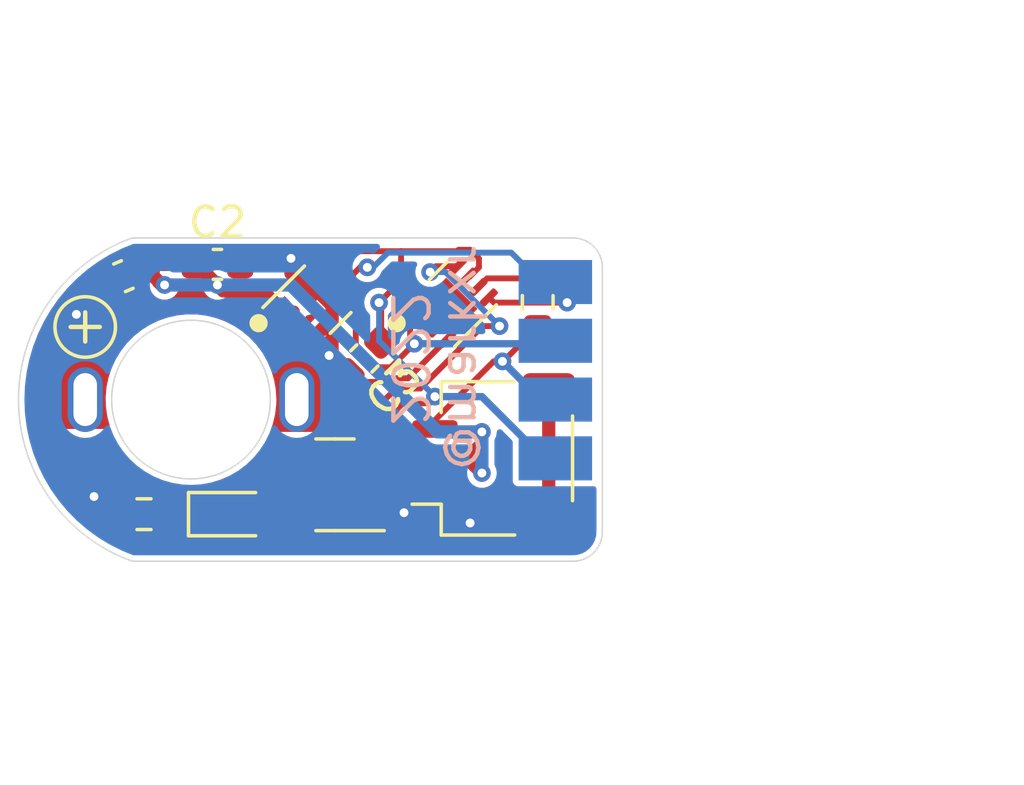
<source format=kicad_pcb>
(kicad_pcb (version 20211014) (generator pcbnew)
  (layers (0 "F.Cu" signal) (31 "B.Cu" signal) (34 "B.Paste" user) (35 "F.Paste" user) (36 "B.SilkS" user "B.Silkscreen") (37 "F.SilkS" user "F.Silkscreen") (38 "B.Mask" user) (39 "F.Mask" user) (44 "Edge.Cuts" user))
  (net 0 "")
  (net 1 "GND")
  (net 2 "VBAT")
  (net 3 "/VLOGIC")
  (net 4 "PWMIN")
  (net 5 "/MOTORF")
  (net 6 "/MOTORR")
  (net 7 "BLINKY")
  (net 8 "Net-(D1-Pad1)")
  (net 9 "/MOTOROUT1")
  (net 10 "/MOTOROUT2")
  (net 11 "/PWMR")
  (footprint "Resistor_SMD:R_0603_1608Metric" (layer "F.Cu") (at 158.4 123.9)
    (fp_text reference "R1" hide)
    (fp_text value "1k" hide)
    (fp_line (start -0.237258 0.5225) (end 0.237258 0.5225) (layer "F.SilkS") (width 0.12))
    (fp_line (start -0.237258 -0.5225) (end 0.237258 -0.5225) (layer "F.SilkS") (width 0.12))
    (pad "1" smd roundrect locked (at -0.825 0) (size 0.8 0.95) (layers "F.Cu" "F.Paste" "F.Mask") (net 1 "GND"))
    (pad "2" smd roundrect locked (at 0.825 0) (size 0.8 0.95) (layers "F.Cu" "F.Paste" "F.Mask") (net 8 "Net-(D1-Pad1)"))
  )
  (footprint "Capacitor_SMD:C_0603_1608Metric" (layer "F.Cu") (at 160.9 115.4)
    (fp_text reference "C2" (at 0 -1.43) (layer "F.SilkS"))
    (fp_text value "1uF")
    (fp_line (start -0.14058 -0.51) (end 0.14058 -0.51) (layer "F.SilkS") (width 0.12))
    (fp_line (start -0.14058 0.51) (end 0.14058 0.51) (layer "F.SilkS") (width 0.12))
    (pad "1" smd roundrect locked (at -0.775 0) (size 0.9 0.95) (layers "F.Cu" "F.Paste" "F.Mask") (net 2 "VBAT"))
    (pad "2" smd roundrect locked (at 0.775 0) (size 0.9 0.95) (layers "F.Cu" "F.Paste" "F.Mask") (net 1 "GND"))
  )
  (footprint "Connector_JST:JST_SH_SM03B-SRSS-TB_1x03-1MP_P1.00mm_Horizontal" (layer "F.Cu") (at 170.3 122 90)
    (fp_text reference "J1" hide)
    (fp_text value "Servo wire input" hide)
    (fp_line (start 2.61 0.715) (end 2.61 -1.785) (layer "F.SilkS") (width 0.12))
    (fp_line (start -2.61 -1.785) (end -1.56 -1.785) (layer "F.SilkS") (width 0.12))
    (fp_line (start 2.61 -1.785) (end 1.56 -1.785) (layer "F.SilkS") (width 0.12))
    (fp_line (start -2.61 0.715) (end -2.61 -1.785) (layer "F.SilkS") (width 0.12))
    (fp_line (start -1.56 -1.785) (end -1.56 -2.775) (layer "F.SilkS") (width 0.12))
    (fp_line (start -1.44 2.685) (end 1.44 2.685) (layer "F.SilkS") (width 0.12))
    (pad "1" smd roundrect locked (at -1 -2 90) (size 0.6 1.55) (layers "F.Cu" "F.Paste" "F.Mask") (net 1 "GND"))
    (pad "2" smd roundrect locked (at 0 -2 90) (size 0.6 1.55) (layers "F.Cu" "F.Paste" "F.Mask") (net 2 "VBAT"))
    (pad "3" smd roundrect locked (at 1 -2 90) (size 0.6 1.55) (layers "F.Cu" "F.Paste" "F.Mask") (net 4 "PWMIN"))
    (pad "MP" smd roundrect locked (at -2.3 1.875 90) (size 1.2 1.8) (layers "F.Cu" "F.Paste" "F.Mask") (roundrect_rratio 0.2083333333) (net 1 "GND"))
    (pad "MP" smd roundrect locked (at 2.3 1.875 90) (size 1.2 1.8) (layers "F.Cu" "F.Paste" "F.Mask") (roundrect_rratio 0.2083333333) (net 1 "GND"))
  )
  (footprint "Package_TO_SOT_SMD:SOT-23" (layer "F.Cu") (at 164.9 122.9 180)
    (fp_text reference "U3" hide)
    (fp_text value "AIC1734-33GUTR" hide)
    (fp_line (start 0 -1.56) (end -1.675 -1.56) (layer "F.SilkS") (width 0.12))
    (fp_line (start 0 1.56) (end -0.65 1.56) (layer "F.SilkS") (width 0.12))
    (fp_line (start 0 -1.56) (end 0.65 -1.56) (layer "F.SilkS") (width 0.12))
    (fp_line (start 0 1.56) (end 0.65 1.56) (layer "F.SilkS") (width 0.12))
    (pad "1" smd roundrect locked (at -0.9375 -0.95 180) (size 1.475 0.6) (layers "F.Cu" "F.Paste" "F.Mask") (net 1 "GND"))
    (pad "2" smd roundrect locked (at -0.9375 0.95 180) (size 1.475 0.6) (layers "F.Cu" "F.Paste" "F.Mask") (net 3 "/VLOGIC"))
    (pad "3" smd roundrect locked (at 0.9375 0 180) (size 1.475 0.6) (layers "F.Cu" "F.Paste" "F.Mask") (net 2 "VBAT"))
  )
  (footprint "Capacitor_SMD:C_0603_1608Metric" (layer "F.Cu") (at 165.9 118.6 -135)
    (fp_text reference "C3" (at 0 -1.43 45) (layer "F.SilkS"))
    (fp_text value "1uF")
    (fp_line (start -0.14058 0.51) (end 0.14058 0.51) (layer "F.SilkS") (width 0.12))
    (fp_line (start -0.14058 -0.51) (end 0.14058 -0.51) (layer "F.SilkS") (width 0.12))
    (pad "1" smd roundrect locked (at -0.775 0 225) (size 0.9 0.95) (layers "F.Cu" "F.Paste" "F.Mask") (net 3 "/VLOGIC"))
    (pad "2" smd roundrect locked (at 0.775 0 225) (size 0.9 0.95) (layers "F.Cu" "F.Paste" "F.Mask") (net 1 "GND"))
  )
  (footprint "motorback:drv8837_custom" (layer "F.Cu") (at 164.3 116.6 45)
    (fp_text reference "U1" hide)
    (fp_text value "BDR6122T" hide)
    (fp_line (start -1.5 -1.12) (end 0.5 -1.12) (layer "F.SilkS") (width 0.12))
    (fp_line (start 0.5 1.12) (end -0.5 1.12) (layer "F.SilkS") (width 0.12))
    (pad "1" smd rect locked (at -1.1 -0.75 45) (size 0.8 0.25) (layers "F.Cu" "F.Paste" "F.Mask") (net 2 "VBAT"))
    (pad "2" smd rect locked (at -1.1 -0.25 45) (size 0.8 0.25) (layers "F.Cu" "F.Paste" "F.Mask") (net 9 "/MOTOROUT1"))
    (pad "3" smd rect locked (at -1.1 0.25 45) (size 0.8 0.25) (layers "F.Cu" "F.Paste" "F.Mask") (net 10 "/MOTOROUT2"))
    (pad "4" smd rect locked (at -1.1 0.75 45) (size 0.8 0.25) (layers "F.Cu" "F.Paste" "F.Mask") (net 1 "GND"))
    (pad "5" smd rect locked (at 1.1 0.75 45) (size 0.8 0.25) (layers "F.Cu" "F.Paste" "F.Mask") (net 6 "/MOTORR"))
    (pad "6" smd rect locked (at 1.1 0.25 45) (size 0.8 0.25) (layers "F.Cu" "F.Paste" "F.Mask") (net 5 "/MOTORF"))
    (pad "7" smd rect locked (at 1.1 -0.25 45) (size 0.8 0.25) (layers "F.Cu" "F.Paste" "F.Mask") (net 3 "/VLOGIC"))
    (pad "8" smd rect locked (at 1.1 -0.75 45) (size 0.8 0.25) (layers "F.Cu" "F.Paste" "F.Mask") (net 3 "/VLOGIC"))
    (pad "9" smd rect locked (at 0 -0.4 45) (size 0.9 0.8) (layers "F.Cu" "F.Mask") (net 1 "GND"))
  )
  (footprint "motorback:motorpad" (layer "F.Cu") (at 163.6 120)
    (fp_text reference "J3" hide)
    (fp_text value "Conn_01x01_Male" hide)
    (pad "1" thru_hole oval (at 0 0) (size 1.2 2.2) (drill oval 0.8 1.8) (layers *.Cu *.Mask) (net 10 "/MOTOROUT2"))
  )
  (footprint "Package_DFN_QFN:DFN-8-1EP_2x2mm_P0.5mm_EP0.9x1.5mm" (layer "F.Cu") (at 168.9 116.7 45)
    (fp_text reference "U2" hide)
    (fp_text value "ATtiny4-MA")
    (fp_line (start -1 1.11) (end 1 1.11) (layer "F.SilkS") (width 0.12))
    (fp_line (start 0 -1.11) (end 1 -1.11) (layer "F.SilkS") (width 0.12))
    (pad "1" smd roundrect locked (at -1 -0.75 45) (size 0.7 0.25) (layers "F.Cu" "F.Paste" "F.Mask") (net 6 "/MOTORR"))
    (pad "2" smd roundrect locked (at -1 -0.25 45) (size 0.7 0.25) (layers "F.Cu" "F.Paste" "F.Mask"))
    (pad "3" smd roundrect locked (at -1 0.25 45) (size 0.7 0.25) (layers "F.Cu" "F.Paste" "F.Mask"))
    (pad "4" smd roundrect locked (at -1 0.75 45) (size 0.7 0.25) (layers "F.Cu" "F.Paste" "F.Mask") (net 1 "GND"))
    (pad "5" smd roundrect locked (at 1 0.75 45) (size 0.7 0.25) (layers "F.Cu" "F.Paste" "F.Mask") (net 5 "/MOTORF"))
    (pad "6" smd roundrect locked (at 1 0.25 45) (size 0.7 0.25) (layers "F.Cu" "F.Paste" "F.Mask") (net 11 "/PWMR"))
    (pad "7" smd roundrect locked (at 1 -0.25 45) (size 0.7 0.25) (layers "F.Cu" "F.Paste" "F.Mask") (net 3 "/VLOGIC"))
    (pad "8" smd roundrect locked (at 1 -0.75 45) (size 0.7 0.25) (layers "F.Cu" "F.Paste" "F.Mask") (net 7 "BLINKY"))
    (pad "9" smd rect locked (at 0 0 45) (size 0.9 1.5) (layers "F.Cu" "F.Mask") (net 1 "GND"))
  )
  (footprint "Capacitor_SMD:C_0603_1608Metric" (layer "F.Cu") (at 157.7 115.8 -157)
    (fp_text reference "C1" hide)
    (fp_text value "10uF" hide)
    (fp_line (start -0.14058 0.51) (end 0.14058 0.51) (layer "F.SilkS") (width 0.12))
    (fp_line (start -0.14058 -0.51) (end 0.14058 -0.51) (layer "F.SilkS") (width 0.12))
    (pad "1" smd roundrect locked (at -0.775 0 203) (size 0.9 0.95) (layers "F.Cu" "F.Paste" "F.Mask") (net 2 "VBAT"))
    (pad "2" smd roundrect locked (at 0.775 0 203) (size 0.9 0.95) (layers "F.Cu" "F.Paste" "F.Mask") (net 1 "GND"))
  )
  (footprint "Resistor_SMD:R_0603_1608Metric" (layer "F.Cu") (at 171.8 116.7 90)
    (fp_text reference "R2" hide)
    (fp_text value "1k" hide)
    (fp_line (start -0.237258 0.5225) (end 0.237258 0.5225) (layer "F.SilkS") (width 0.12))
    (fp_line (start -0.237258 -0.5225) (end 0.237258 -0.5225) (layer "F.SilkS") (width 0.12))
    (pad "1" smd roundrect locked (at -0.825 0 90) (size 0.8 0.95) (layers "F.Cu" "F.Paste" "F.Mask") (net 4 "PWMIN"))
    (pad "2" smd roundrect locked (at 0.825 0 90) (size 0.8 0.95) (layers "F.Cu" "F.Paste" "F.Mask") (net 11 "/PWMR"))
  )
  (footprint "motorback:motorpad" (layer "F.Cu") (at 156.4 120)
    (fp_text reference "J2" hide)
    (fp_text value "Conn_01x01_Male" hide)
    (pad "1" thru_hole oval (at 0 0) (size 1.2 2.2) (drill oval 0.8 1.8) (layers *.Cu *.Mask) (net 9 "/MOTOROUT1"))
  )
  (footprint "LED_SMD:LED_0603_1608Metric" (layer "F.Cu") (at 161.4 123.9)
    (fp_text reference "D1" hide)
    (fp_text value "LED" hide)
    (fp_line (start -1.485 0.735) (end 0.8 0.735) (layer "F.SilkS") (width 0.12))
    (fp_line (start 0.8 -0.735) (end -1.485 -0.735) (layer "F.SilkS") (width 0.12))
    (fp_line (start -1.485 -0.735) (end -1.485 0.735) (layer "F.SilkS") (width 0.12))
    (pad "1" smd roundrect locked (at -0.7875 0) (size 0.875 0.95) (layers "F.Cu" "F.Paste" "F.Mask") (net 8 "Net-(D1-Pad1)"))
    (pad "2" smd roundrect locked (at 0.7875 0) (size 0.875 0.95) (layers "F.Cu" "F.Paste" "F.Mask") (net 7 "BLINKY"))
  )
  (footprint "motorback:pogopins_5" (layer "B.Cu") (at 172.4 120 90)
    (fp_text reference "J4" hide)
    (fp_text value "prog_pins" hide)
    (pad "1" smd rect (at -4 0 90) (size 1.5 2.5) (layers "B.Cu" "B.Paste" "B.Mask") (net 1 "GND"))
    (pad "2" smd rect (at -2 0 90) (size 1.5 2.5) (layers "B.Cu" "B.Paste" "B.Mask") (net 3 "/VLOGIC"))
    (pad "3" smd rect (at 0 0 90) (size 1.5 2.5) (layers "B.Cu" "B.Paste" "B.Mask") (net 4 "PWMIN"))
    (pad "4" smd rect (at 2 0 90) (size 1.5 2.5) (layers "B.Cu" "B.Paste" "B.Mask") (net 6 "/MOTORR"))
    (pad "5" smd rect (at 4 0 90) (size 1.5 2.5) (layers "B.Cu" "B.Paste" "B.Mask") (net 5 "/MOTORF"))
  )
  (gr_circle (center 156.4 117.529563) (end 157.3 117.029563) (layer "F.SilkS") (width 0.12) (fill none))
  (gr_circle (center 167 117.4) (end 167.25 117.4) (layer "F.SilkS") (width 0.12) (fill solid))
  (gr_circle (center 162.3 117.4) (end 162.55 117.4) (layer "F.SilkS") (width 0.12) (fill solid))
  (gr_arc (start 173 114.5) (mid 173.707107 114.792893) (end 174 115.5) (layer "Edge.Cuts") (width 0.05))
  (gr_arc (start 158 125.5) (mid 154.129625 120) (end 158 114.5) (layer "Edge.Cuts") (width 0.05))
  (gr_line (start 158 114.5) (end 173 114.5) (layer "Edge.Cuts") (width 0.05))
  (gr_circle (center 160 120) (end 162.7 120) (layer "Edge.Cuts") (width 0.05) (fill none))
  (gr_line (start 174 115.5) (end 174 124.5) (layer "Edge.Cuts") (width 0.05))
  (gr_arc (start 174 124.5) (mid 173.707107 125.207107) (end 173 125.5) (layer "Edge.Cuts") (width 0.05))
  (gr_line (start 158 125.5) (end 173 125.5) (layer "Edge.Cuts") (width 0.05))
  (gr_text "@markxr\n2022" (at 168.4 118.6 270) (layer "B.SilkS") (effects (font (size 1.2 1.2)) (justify mirror)))
  (gr_text "+" (at 156.4 117.429563) (layer "F.SilkS") (effects (font (size 1.3 1.3))))
  (segment (start 164.317157 116.317157) (end 164.8 116.8) (width 0.45) (layer "F.Cu") (net 1))
  (segment (start 163.402788 115.194575) (end 163.402788 115.702788) (width 0.45) (layer "F.Cu") (net 1))
  (segment (start 164.8 116.8) (end 164.8 117.2) (width 0.45) (layer "F.Cu") (net 1))
  (segment (start 165.8375 123.85) (end 167.25 123.85) (width 0.45) (layer "F.Cu") (net 1))
  (segment (start 156.986609 116.213391) (end 156.1 117.1) (width 0.45) (layer "F.Cu") (net 1))
  (segment (start 164.152513 117.908148) (end 164.052513 117.908148) (width 0.45) (layer "F.Cu") (net 1))
  (segment (start 157.3 123.9) (end 156.7 123.3) (width 0.45) (layer "F.Cu") (net 1))
  (segment (start 168.9 116.7) (end 169.2 117) (width 0.2) (layer "F.Cu") (net 1))
  (segment (start 156.986609 116.102817) (end 156.986609 116.213391) (width 0.45) (layer "F.Cu") (net 1))
  (segment (start 168.3 123) (end 169.5 124.2) (width 0.45) (layer "F.Cu") (net 1))
  (segment (start 167.25 123.85) (end 167.45 123.85) (width 0.45) (layer "F.Cu") (net 1))
  (segment (start 169.5 124.2) (end 172.075 124.2) (width 0.45) (layer "F.Cu") (net 1))
  (segment (start 164.7 118.5) (end 165.6 119.4) (width 0.2) (layer "F.Cu") (net 1))
  (segment (start 157.575 123.9) (end 157.3 123.9) (width 0.45) (layer "F.Cu") (net 1))
  (segment (start 167.386196 119.274464) (end 168.723223 117.937437) (width 0.2) (layer "F.Cu") (net 1))
  (segment (start 172.075 124.2) (end 172.175 124.3) (width 0.45) (layer "F.Cu") (net 1))
  (segment (start 165.6 119.4) (end 166.705704 119.4) (width 0.2) (layer "F.Cu") (net 1))
  (segment (start 161.880425 115.194575) (end 161.675 115.4) (width 0.45) (layer "F.Cu") (net 1))
  (segment (start 163.402788 115.194575) (end 161.880425 115.194575) (width 0.45) (layer "F.Cu") (net 1))
  (segment (start 164.8 116.8) (end 164.8 117.260661) (width 0.45) (layer "F.Cu") (net 1))
  (segment (start 169.2 117) (end 169.2 117.46066) (width 0.2) (layer "F.Cu") (net 1))
  (segment (start 164.8 117.260661) (end 164.152513 117.908148) (width 0.45) (layer "F.Cu") (net 1))
  (segment (start 166.705704 119.4) (end 166.83124 119.274464) (width 0.2) (layer "F.Cu") (net 1))
  (segment (start 172.175 119.7) (end 172.175 124.3) (width 0.45) (layer "F.Cu") (net 1))
  (segment (start 164.8 118.4) (end 164.7 118.5) (width 0.45) (layer "F.Cu") (net 1))
  (segment (start 166.83124 119.274464) (end 167.386196 119.274464) (width 0.2) (layer "F.Cu") (net 1))
  (segment (start 164.017157 116.317157) (end 164.317157 116.317157) (width 0.45) (layer "F.Cu") (net 1))
  (segment (start 164.8 117.260661) (end 164.8 118.4) (width 0.45) (layer "F.Cu") (net 1))
  (segment (start 167.45 123.85) (end 168.3 123) (width 0.45) (layer "F.Cu") (net 1))
  (segment (start 163.402788 115.702788) (end 164.017157 116.317157) (width 0.45) (layer "F.Cu") (net 1))
  (segment (start 169.2 117.46066) (end 168.723223 117.937437) (width 0.2) (layer "F.Cu") (net 1))
  (via (at 156.7 123.3) (size 0.6) (drill 0.3) (layers "F.Cu" "B.Cu") (net 1))
  (via (at 156.1 117.1) (size 0.6) (drill 0.3) (layers "F.Cu" "B.Cu") (net 1))
  (via (at 163.402788 115.194575) (size 0.6) (drill 0.3) (layers "F.Cu" "B.Cu") (net 1))
  (via (at 169.5 124.2) (size 0.6) (drill 0.3) (layers "F.Cu" "B.Cu") (net 1))
  (via (at 167.25 123.85) (size 0.6) (drill 0.3) (layers "F.Cu" "B.Cu") (net 1))
  (via (at 164.7 118.5) (size 0.6) (drill 0.3) (layers "F.Cu" "B.Cu") (net 1))
  (segment (start 169.9 121.175) (end 169.9 121.1) (width 0.45) (layer "F.Cu") (net 2))
  (segment (start 169.4 122) (end 169.075 122) (width 0.45) (layer "F.Cu") (net 2))
  (segment (start 158.9 116) (end 158.9 115.983792) (width 0.45) (layer "F.Cu") (net 2))
  (segment (start 169.9 122.5) (end 169.4 122) (width 0.45) (layer "F.Cu") (net 2))
  (segment (start 160.2 115.4) (end 160.9 116.1) (width 0.45) (layer "F.Cu") (net 2))
  (segment (start 158.413391 115.497183) (end 158.510574 115.4) (width 0.45) (layer "F.Cu") (net 2))
  (segment (start 169.4 122) (end 169.9 121.5) (width 0.45) (layer "F.Cu") (net 2))
  (segment (start 169.4 122) (end 168.3 122) (width 0.45) (layer "F.Cu") (net 2))
  (segment (start 158.510574 115.4) (end 160.125 115.4) (width 0.45) (layer "F.Cu") (net 2))
  (segment (start 160.9 116.1) (end 161.1 116.3) (width 0.45) (layer "F.Cu") (net 2))
  (segment (start 166.88251 122.9) (end 167.78251 122) (width 0.45) (layer "F.Cu") (net 2))
  (segment (start 167.78251 122) (end 168.3 122) (width 0.45) (layer "F.Cu") (net 2))
  (segment (start 169.9 121.5) (end 169.9 121.1) (width 0.45) (layer "F.Cu") (net 2))
  (segment (start 163.9625 122.9) (end 166.88251 122.9) (width 0.45) (layer "F.Cu") (net 2))
  (segment (start 160.125 115.4) (end 160.2 115.4) (width 0.45) (layer "F.Cu") (net 2))
  (segment (start 159.1 116.1) (end 159 116.1) (width 0.45) (layer "F.Cu") (net 2))
  (segment (start 169.9 122.5) (end 169.9 121.1) (width 0.45) (layer "F.Cu") (net 2))
  (segment (start 158.9 115.983792) (end 158.413391 115.497183) (width 0.45) (layer "F.Cu") (net 2))
  (segment (start 159 116.1) (end 158.9 116) (width 0.45) (layer "F.Cu") (net 2))
  (segment (start 161.1 116.3) (end 162.444365 116.3) (width 0.45) (layer "F.Cu") (net 2))
  (segment (start 162.444365 116.3) (end 162.991852 116.847487) (width 0.45) (layer "F.Cu") (net 2))
  (via (at 169.9 122.5) (size 0.6) (drill 0.3) (layers "F.Cu" "B.Cu") (net 2))
  (via (at 159.1 116.1) (size 0.6) (drill 0.3) (layers "F.Cu" "B.Cu") (net 2))
  (via (at 160.9 116.1) (size 0.6) (drill 0.3) (layers "F.Cu" "B.Cu") (net 2))
  (via (at 169.9 121.1) (size 0.6) (drill 0.3) (layers "F.Cu" "B.Cu") (net 2))
  (segment (start 160.9 116.1) (end 163.4 116.1) (width 0.45) (layer "B.Cu") (net 2))
  (segment (start 169.9 122.5) (end 169.9 121.1) (width 0.45) (layer "B.Cu") (net 2))
  (segment (start 163.4 116.1) (end 168.4 121.1) (width 0.45) (layer "B.Cu") (net 2))
  (segment (start 160.9 116.1) (end 159.1 116.1) (width 0.45) (layer "B.Cu") (net 2))
  (segment (start 168.4 121.1) (end 169.9 121.1) (width 0.45) (layer "B.Cu") (net 2))
  (segment (start 169.106632 114.903056) (end 169.059199 114.950489) (width 0.2) (layer "F.Cu") (net 3))
  (segment (start 167.149511 115.950489) (end 167.149511 114.950489) (width 0.2) (layer "F.Cu") (net 3))
  (segment (start 166.448008 116.748008) (end 166.4 116.7) (width 0.25) (layer "F.Cu") (net 3))
  (segment (start 164.547487 115.291852) (end 164.901041 115.645406) (width 0.2) (layer "F.Cu") (net 3))
  (segment (start 169.8 115.5) (end 169.8 115.2) (width 0.2) (layer "F.Cu") (net 3))
  (segment (start 166.4 116.7) (end 167.149511 115.950489) (width 0.2) (layer "F.Cu") (net 3))
  (segment (start 169.059199 114.950489) (end 167.149511 114.950489) (width 0.2) (layer "F.Cu") (net 3))
  (segment (start 164.88885 114.950489) (end 164.547487 115.291852) (width 0.2) (layer "F.Cu") (net 3))
  (segment (start 168.1 120.1) (end 167.2 120.1) (width 0.25) (layer "F.Cu") (net 3))
  (segment (start 167.149511 114.950489) (end 164.88885 114.950489) (width 0.2) (layer "F.Cu") (net 3))
  (segment (start 167.2 120.1) (end 165.8375 121.4625) (width 0.25) (layer "F.Cu") (net 3))
  (segment (start 168.3 119.9) (end 168.1 120.1) (width 0.25) (layer "F.Cu") (net 3))
  (segment (start 169.8 115.2) (end 169.503056 114.903056) (width 0.2) (layer "F.Cu") (net 3))
  (segment (start 166.448008 118.051992) (end 166.448008 116.748008) (width 0.25) (layer "F.Cu") (net 3))
  (segment (start 169.503056 114.903056) (end 169.106632 114.903056) (width 0.2) (layer "F.Cu") (net 3))
  (segment (start 169.483883 115.816117) (end 169.8 115.5) (width 0.2) (layer "F.Cu") (net 3))
  (segment (start 169.43033 115.816117) (end 169.483883 115.816117) (width 0.2) (layer "F.Cu") (net 3))
  (segment (start 165.8375 121.4625) (end 165.8375 121.95) (width 0.25) (layer "F.Cu") (net 3))
  (via (at 168.3 119.9) (size 0.6) (drill 0.3) (layers "F.Cu" "B.Cu") (net 3))
  (via (at 166.4 116.7) (size 0.6) (drill 0.3) (layers "F.Cu" "B.Cu") (net 3))
  (segment (start 168.3 119.9) (end 169.9 119.9) (width 0.25) (layer "B.Cu") (net 3))
  (segment (start 169.9 119.9) (end 172 122) (width 0.25) (layer "B.Cu") (net 3))
  (segment (start 166.4 118) (end 168.3 119.9) (width 0.2) (layer "B.Cu") (net 3))
  (segment (start 166.4 116.7) (end 166.4 118) (width 0.2) (layer "B.Cu") (net 3))
  (segment (start 172 122) (end 172.4 122) (width 0.25) (layer "B.Cu") (net 3))
  (segment (start 168.3 120.7) (end 170.3 118.7) (width 0.2) (layer "F.Cu") (net 4))
  (segment (start 170.6 118.7) (end 170.625 118.7) (width 0.2) (layer "F.Cu") (net 4))
  (segment (start 170.3 118.7) (end 170.6 118.7) (width 0.2) (layer "F.Cu") (net 4))
  (segment (start 168.3 121) (end 168.3 120.7) (width 0.2) (layer "F.Cu") (net 4))
  (segment (start 170.625 118.7) (end 171.8 117.525) (width 0.2) (layer "F.Cu") (net 4))
  (via (at 170.6 118.7) (size 0.6) (drill 0.3) (layers "F.Cu" "B.Cu") (net 4))
  (segment (start 172.4 120) (end 171.9 120) (width 0.25) (layer "B.Cu") (net 4))
  (segment (start 171.9 120) (end 170.6 118.7) (width 0.25) (layer "B.Cu") (net 4))
  (segment (start 170.137437 116.523223) (end 170.314214 116.7) (width 0.2) (layer "F.Cu") (net 5))
  (segment (start 170.314214 116.7) (end 172.8 116.7) (width 0.2) (layer "F.Cu") (net 5))
  (segment (start 166 115.5) (end 165.753553 115.5) (width 0.2) (layer "F.Cu") (net 5))
  (segment (start 165.753553 115.5) (end 165.254594 115.998959) (width 0.2) (layer "F.Cu") (net 5))
  (via (at 172.8 116.7) (size 0.6) (drill 0.3) (layers "F.Cu" "B.Cu") (net 5))
  (via (at 166 115.5) (size 0.6) (drill 0.3) (layers "F.Cu" "B.Cu") (net 5))
  (segment (start 171.9 116) (end 172.4 116) (width 0.2) (layer "B.Cu") (net 5))
  (segment (start 166 115.5) (end 166.2 115.5) (width 0.2) (layer "B.Cu") (net 5))
  (segment (start 170.9 115) (end 171.9 116) (width 0.2) (layer "B.Cu") (net 5))
  (segment (start 166.2 115.5) (end 166.7 115) (width 0.2) (layer "B.Cu") (net 5))
  (segment (start 166.7 115) (end 170.9 115) (width 0.2) (layer "B.Cu") (net 5))
  (segment (start 167.6 118.1) (end 166.8 118.9) (width 0.2) (layer "F.Cu") (net 6))
  (segment (start 167.6 118.1) (end 167.45661 117.95661) (width 0.2) (layer "F.Cu") (net 6))
  (segment (start 166.8 118.9) (end 166.2 118.9) (width 0.2) (layer "F.Cu") (net 6))
  (segment (start 167.45661 117.95661) (end 167.45661 117.08273) (width 0.2) (layer "F.Cu") (net 6))
  (segment (start 165.608148 118.308148) (end 165.608148 116.352513) (width 0.2) (layer "F.Cu") (net 6))
  (segment (start 167.45661 117.08273) (end 167.662563 116.876777) (width 0.2) (layer "F.Cu") (net 6))
  (segment (start 166.2 118.9) (end 165.608148 118.308148) (width 0.2) (layer "F.Cu") (net 6))
  (via (at 167.6 118.1) (size 0.6) (drill 0.3) (layers "F.Cu" "B.Cu") (net 6))
  (segment (start 172.3 118.1) (end 172.4 118) (width 0.25) (layer "B.Cu") (net 6))
  (segment (start 167.6 118.1) (end 172.3 118.1) (width 0.25) (layer "B.Cu") (net 6))
  (segment (start 166.976016 119.623984) (end 167.798889 119.623984) (width 0.2) (layer "F.Cu") (net 7))
  (segment (start 164.8 121.8) (end 164.85048 121.74952) (width 0.2) (layer "F.Cu") (net 7))
  (segment (start 163.6 121.8) (end 164.8 121.8) (width 0.2) (layer "F.Cu") (net 7))
  (segment (start 165.084514 121.40048) (end 165.19952 121.40048) (width 0.2) (layer "F.Cu") (net 7))
  (segment (start 168.337437 115.462563) (end 169.076777 115.462563) (width 0.2) (layer "F.Cu") (net 7))
  (segment (start 162.1875 123.2125) (end 163.6 121.8) (width 0.2) (layer "F.Cu") (net 7))
  (segment (start 168.138556 115.661444) (end 168.337437 115.462563) (width 0.2) (layer "F.Cu") (net 7))
  (segment (start 164.85048 121.74952) (end 164.85048 121.634514) (width 0.2) (layer "F.Cu") (net 7))
  (segment (start 169.922873 117.5) (end 170.5 117.5) (width 0.2) (layer "F.Cu") (net 7))
  (segment (start 165.19952 121.40048) (end 166.976016 119.623984) (width 0.2) (layer "F.Cu") (net 7))
  (segment (start 162.1875 123.9) (end 162.1875 123.2125) (width 0.2) (layer "F.Cu") (net 7))
  (segment (start 164.85048 121.634514) (end 165.084514 121.40048) (width 0.2) (layer "F.Cu") (net 7))
  (segment (start 167.798889 119.623984) (end 169.922873 117.5) (width 0.2) (layer "F.Cu") (net 7))
  (via (at 168.138556 115.661444) (size 0.6) (drill 0.3) (layers "F.Cu" "B.Cu") (net 7))
  (via (at 170.5 117.5) (size 0.6) (drill 0.3) (layers "F.Cu" "B.Cu") (net 7))
  (segment (start 168.661444 115.661444) (end 170.5 117.5) (width 0.2) (layer "B.Cu") (net 7))
  (segment (start 168.138556 115.661444) (end 168.661444 115.661444) (width 0.2) (layer "B.Cu") (net 7))
  (segment (start 159.225 123.9) (end 160.6125 123.9) (width 0.25) (layer "F.Cu") (net 8))
  (segment (start 170.078553 115.875) (end 169.783883 116.16967) (width 0.2) (layer "F.Cu") (net 11))
  (segment (start 171.8 115.875) (end 170.078553 115.875) (width 0.2) (layer "F.Cu") (net 11))
  (zone (net 9) (net_name "/MOTOROUT1") (layer "F.Cu") (connect_pads yes (clearance 0.2)) (min_thickness 0.2) (fill yes (thermal_gap 0.508) (thermal_bridge_width 0.508))
    (polygon (pts (xy 164 116.2) (xy 164 116.7) (xy 162.1 118.6) (xy 157.8 121) (xy 155 121) (xy 155 119.5) (xy 157.3 116.2)))
  )
  (zone (net 10) (net_name "/MOTOROUT2") (layer "F.Cu") (connect_pads yes (clearance 0.2)) (min_thickness 0.2) (fill yes (thermal_gap 0.508) (thermal_bridge_width 0.508))
    (polygon (pts (xy 164.6 118.5) (xy 164.6 121.1) (xy 162.3 121.1) (xy 162.3 119.3) (xy 162.1 118.9) (xy 162.5 118.5) (xy 164.3 116.8) (xy 164.5 117.3)))
  )
  (zone (net 1) (net_name "GND") (layer "B.Cu") (connect_pads yes (clearance 0.2)) (min_thickness 0.2) (fill yes (thermal_gap 0.508) (thermal_bridge_width 0.508))
    (polygon (pts (xy 176 125.5) (xy 153.5 125.5) (xy 153.5 114.5) (xy 176 114.5)))
  )
)
</source>
